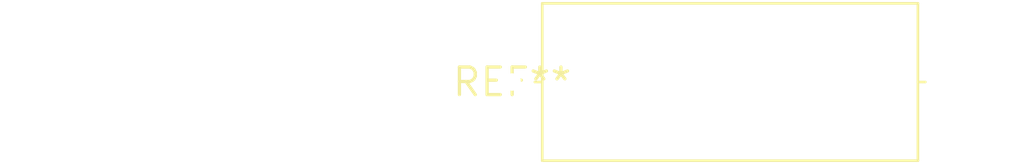
<source format=kicad_pcb>
(kicad_pcb (version 20240108) (generator pcbnew)
  (layers (0 "F.Cu" signal) (31 "B.Cu" signal) (34 "B.Paste" user) (35 "F.Paste" user) (36 "B.SilkS" user "B.Silkscreen") (37 "F.SilkS" user "F.Silkscreen") (38 "B.Mask" user) (39 "F.Mask" user) (44 "Edge.Cuts" user))
  (net 0 "")
  (footprint "C_Axial_L17.0mm_D7.0mm_P20.00mm_Horizontal" (layer "F.Cu") (at 0 0)
    (property "Reference" "REF**")
    (property "Value" "C_Axial_L17.0mm_D7.0mm_P20.00mm_Horizontal")
    (fp_line (start 1.04 0) (end 1.38 0) (layer "F.SilkS") (stroke (width 0.12)))
    (fp_line (start 1.38 -3.62) (end 1.38 3.62) (layer "F.SilkS") (stroke (width 0.12)))
    (fp_line (start 1.38 3.62) (end 18.62 3.62) (layer "F.SilkS") (stroke (width 0.12)))
    (fp_line (start 18.62 -3.62) (end 1.38 -3.62) (layer "F.SilkS") (stroke (width 0.12)))
    (fp_line (start 18.62 3.62) (end 18.62 -3.62) (layer "F.SilkS") (stroke (width 0.12)))
    (fp_line (start 18.96 0) (end 18.62 0) (layer "F.SilkS") (stroke (width 0.12)))
    (pad "1" thru_hole circle (at 0 0) (size 1.6 1.6) (drill 0.8) (layers *.Cu *.Mask) (remove_unused_layers))
    (pad "2" thru_hole oval (at 20 0) (size 1.6 1.6) (drill 0.8) (layers *.Cu *.Mask) (remove_unused_layers))
  )
)
</source>
